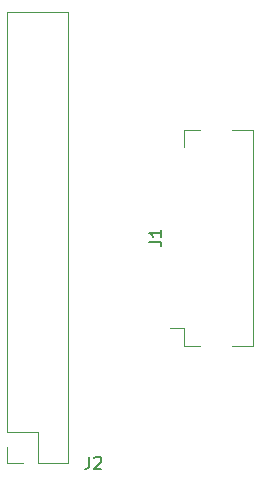
<source format=gto>
G04 #@! TF.GenerationSoftware,KiCad,Pcbnew,(6.0.8)*
G04 #@! TF.CreationDate,2023-01-26T09:35:14-06:00*
G04 #@! TF.ProjectId,flexible_connector,666c6578-6962-46c6-955f-636f6e6e6563,rev?*
G04 #@! TF.SameCoordinates,Original*
G04 #@! TF.FileFunction,Legend,Top*
G04 #@! TF.FilePolarity,Positive*
%FSLAX46Y46*%
G04 Gerber Fmt 4.6, Leading zero omitted, Abs format (unit mm)*
G04 Created by KiCad (PCBNEW (6.0.8)) date 2023-01-26 09:35:14*
%MOMM*%
%LPD*%
G01*
G04 APERTURE LIST*
%ADD10C,0.150000*%
%ADD11C,0.120000*%
%ADD12R,1.300000X0.300000*%
%ADD13R,2.200000X1.800000*%
%ADD14R,1.700000X1.700000*%
%ADD15O,1.700000X1.700000*%
G04 APERTURE END LIST*
D10*
X171052380Y-76533333D02*
X171766666Y-76533333D01*
X171909523Y-76580952D01*
X172004761Y-76676190D01*
X172052380Y-76819047D01*
X172052380Y-76914285D01*
X172052380Y-75533333D02*
X172052380Y-76104761D01*
X172052380Y-75819047D02*
X171052380Y-75819047D01*
X171195238Y-75914285D01*
X171290476Y-76009523D01*
X171338095Y-76104761D01*
X165966666Y-94752380D02*
X165966666Y-95466666D01*
X165919047Y-95609523D01*
X165823809Y-95704761D01*
X165680952Y-95752380D01*
X165585714Y-95752380D01*
X166395238Y-94847619D02*
X166442857Y-94800000D01*
X166538095Y-94752380D01*
X166776190Y-94752380D01*
X166871428Y-94800000D01*
X166919047Y-94847619D01*
X166966666Y-94942857D01*
X166966666Y-95038095D01*
X166919047Y-95180952D01*
X166347619Y-95752380D01*
X166966666Y-95752380D01*
D11*
X179800000Y-67050000D02*
X178060000Y-67050000D01*
X174000000Y-83860000D02*
X174000000Y-85350000D01*
X179800000Y-85350000D02*
X179800000Y-67050000D01*
X178060000Y-85350000D02*
X179800000Y-85350000D01*
X174000000Y-68540000D02*
X174000000Y-67050000D01*
X174000000Y-85350000D02*
X175340000Y-85350000D01*
X174000000Y-67050000D02*
X175340000Y-67050000D01*
X174000000Y-83860000D02*
X172800000Y-83860000D01*
X158980000Y-95280000D02*
X158980000Y-93950000D01*
X164180000Y-95280000D02*
X161580000Y-95280000D01*
X160310000Y-95280000D02*
X158980000Y-95280000D01*
X161580000Y-92680000D02*
X158980000Y-92680000D01*
X161580000Y-95280000D02*
X161580000Y-92680000D01*
X164180000Y-57060000D02*
X158980000Y-57060000D01*
X158980000Y-92680000D02*
X158980000Y-57060000D01*
X164180000Y-95280000D02*
X164180000Y-57060000D01*
%LPC*%
D12*
X173450000Y-83450000D03*
X173450000Y-82950000D03*
X173450000Y-82450000D03*
X173450000Y-81950000D03*
X173450000Y-81450000D03*
X173450000Y-80950000D03*
X173450000Y-80450000D03*
X173450000Y-79950000D03*
X173450000Y-79450000D03*
X173450000Y-78950000D03*
X173450000Y-78450000D03*
X173450000Y-77950000D03*
X173450000Y-77450000D03*
X173450000Y-76950000D03*
X173450000Y-76450000D03*
X173450000Y-75950000D03*
X173450000Y-75450000D03*
X173450000Y-74950000D03*
X173450000Y-74450000D03*
X173450000Y-73950000D03*
X173450000Y-73450000D03*
X173450000Y-72950000D03*
X173450000Y-72450000D03*
X173450000Y-71950000D03*
X173450000Y-71450000D03*
X173450000Y-70950000D03*
X173450000Y-70450000D03*
X173450000Y-69950000D03*
X173450000Y-69450000D03*
X173450000Y-68950000D03*
D13*
X176700000Y-85350000D03*
X176700000Y-67050000D03*
D14*
X160310000Y-93950000D03*
D15*
X162850000Y-93950000D03*
X160310000Y-91410000D03*
X162850000Y-91410000D03*
X160310000Y-88870000D03*
X162850000Y-88870000D03*
X160310000Y-86330000D03*
X162850000Y-86330000D03*
X160310000Y-83790000D03*
X162850000Y-83790000D03*
X160310000Y-81250000D03*
X162850000Y-81250000D03*
X160310000Y-78710000D03*
X162850000Y-78710000D03*
X160310000Y-76170000D03*
X162850000Y-76170000D03*
X160310000Y-73630000D03*
X162850000Y-73630000D03*
X160310000Y-71090000D03*
X162850000Y-71090000D03*
X160310000Y-68550000D03*
X162850000Y-68550000D03*
X160310000Y-66010000D03*
X162850000Y-66010000D03*
X160310000Y-63470000D03*
X162850000Y-63470000D03*
X160310000Y-60930000D03*
X162850000Y-60930000D03*
X160310000Y-58390000D03*
X162850000Y-58390000D03*
M02*

</source>
